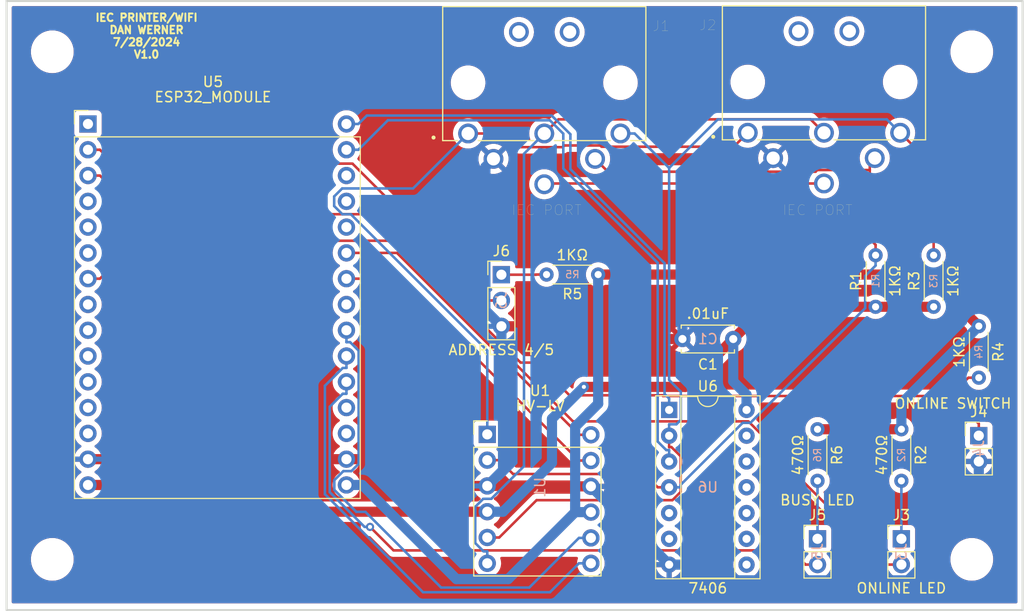
<source format=kicad_pcb>
(kicad_pcb (version 20211014) (generator pcbnew)
  (title_block (title "IEC PRINTER INTERFACE") (date "2024-07-28"))
  (layers (0 "F.Cu" signal) (31 "B.Cu" signal) (34 "B.Paste" user) (35 "F.Paste" user) (36 "B.SilkS" user "B.Silkscreen") (37 "F.SilkS" user "F.Silkscreen") (38 "B.Mask" user) (39 "F.Mask" user) (44 "Edge.Cuts" user))
  (net 0 "")
  (net 1 "+5V")
  (net 2 "GND")
  (net 3 "+3.3V")
  (net 4 "SQRIN")
  (net 5 "ATN")
  (net 6 "CLOCK_IN")
  (net 7 "DATA_IN")
  (net 16 "RESET")
  (net 17 "Net-(J3-Pad1)")
  (net 18 "ONLINE_LED")
  (net 19 "ONLINE_SWITCH")
  (net 20 "Net-(J5-Pad1)")
  (net 21 "BUSY_LED")
  (net 22 "Net-(J6-Pad1)")
  (net 23 "ADDRESS_SWITCH")
  (net 24 "LV_ATN")
  (net 25 "LV_DATA_IN")
  (net 26 "LV_CLOCK_IN")
  (net 27 "LV_SRQIN")
  (net 36 "CLOCK_OUT")
  (net 37 "DATA_OUT")
  (footprint "WernerCustomLibrary:HV-LV" (layer "F.Cu") (at 143.51 79.8875)
    (fp_text reference "U1" (at 0 -0.5 unlocked) (layer "F.SilkS"))
    (fp_text value "HV-LV" (at 0 1 unlocked) (layer "F.SilkS"))
    (fp_text user "${REFERENCE}" (at 0 9.0125 90) (layer "B.SilkS") (effects (justify mirror)))
    (fp_line (start -6.53 17.75) (end 6 17.75) (layer "F.SilkS") (width 0.12))
    (fp_line (start -6.53 5.07) (end -6.53 17.75) (layer "F.SilkS") (width 0.12))
    (fp_line (start -6.53 3.8) (end -6.53 2.47) (layer "F.SilkS") (width 0.12))
    (fp_line (start -6.53 2.47) (end -5.2 2.47) (layer "F.SilkS") (width 0.12))
    (fp_line (start -6.53 5.07) (end 6 5.07) (layer "F.SilkS") (width 0.12))
    (fp_line (start 6 5.07) (end 6 17.75) (layer "F.SilkS") (width 0.12))
    (pad "1" thru_hole rect (at -5.2 3.8) (size 1.7 1.7) (drill 1) (layers *.Cu *.Mask) (net 4 "SQRIN"))
    (pad "2" thru_hole oval (at -5.2 6.34) (size 1.7 1.7) (drill 1) (layers *.Cu *.Mask) (net 6 "CLOCK_IN"))
    (pad "3" thru_hole oval (at -5.2 8.88) (size 1.7 1.7) (drill 1) (layers *.Cu *.Mask) (net 2 "GND"))
    (pad "4" thru_hole oval (at -5.2 11.42) (size 1.7 1.7) (drill 1) (layers *.Cu *.Mask) (net 1 "+5V"))
    (pad "5" thru_hole oval (at -5.2 13.96) (size 1.7 1.7) (drill 1) (layers *.Cu *.Mask) (net 7 "DATA_IN"))
    (pad "6" thru_hole oval (at -5.2 16.5) (size 1.7 1.7) (drill 1) (layers *.Cu *.Mask) (net 5 "ATN"))
    (pad "7" thru_hole oval (at 5 16.5 90) (size 1.7 1.7) (drill 1) (layers *.Cu *.Mask) (net 24 "LV_ATN"))
    (pad "8" thru_hole oval (at 5 14) (size 1.7 1.7) (drill 1) (layers *.Cu *.Mask) (net 25 "LV_DATA_IN"))
    (pad "9" thru_hole oval (at 5 11.46) (size 1.7 1.7) (drill 1) (layers *.Cu *.Mask) (net 3 "+3.3V"))
    (pad "10" thru_hole oval (at 5 8.92) (size 1.7 1.7) (drill 1) (layers *.Cu *.Mask) (net 2 "GND"))
    (pad "11" thru_hole oval (at 5 6.38) (size 1.7 1.7) (drill 1) (layers *.Cu *.Mask) (net 26 "LV_CLOCK_IN"))
    (pad "12" thru_hole oval (at 5 3.84) (size 1.7 1.7) (drill 1) (layers *.Cu *.Mask) (net 27 "LV_SRQIN"))
  )
  (footprint "Resistor_THT:R_Axial_DIN0204_L3.6mm_D1.6mm_P5.08mm_Horizontal" (layer "F.Cu") (at 176.53 71.12 90)
    (fp_text reference "R1" (at 2.54 -1.92 90) (layer "F.SilkS"))
    (fp_text value "1KΩ" (at 2.54 1.92 90) (layer "F.SilkS"))
    (fp_text user "${REFERENCE}" (at 2.54 0 90) (layer "B.SilkS") (effects (font (size 0.72 0.72) (thickness 0.108)) (justify mirror)))
    (fp_line (start 0.62 -0.92) (end 4.46 -0.92) (layer "F.SilkS") (width 0.12))
    (fp_line (start 0.62 0.92) (end 4.46 0.92) (layer "F.SilkS") (width 0.12))
    (pad "1" thru_hole circle (at 0 0 90) (size 1.4 1.4) (drill 0.7) (layers *.Cu *.Mask) (net 1 "+5V"))
    (pad "2" thru_hole oval (at 5.08 0 90) (size 1.4 1.4) (drill 0.7) (layers *.Cu *.Mask) (net 6 "CLOCK_IN"))
  )
  (footprint "MountingHole:MountingHole_3.2mm_M3" (layer "F.Cu") (at 95.5 46)
    (fp_text reference "H3")
    (fp_text value "MountingHole")
    (pad "" np_thru_hole circle (at 0 0) (size 3.2 3.2) (drill 3.2) (layers *.Cu *.Mask))
  )
  (footprint "CUSTOM:ESP32_DEVKIT_30" (layer "F.Cu") (at 111.31 49.4625)
    (fp_text reference "U5" (at 0 -0.5 unlocked) (layer "F.SilkS"))
    (fp_text value "ESP32_MODULE" (at 0 1 unlocked) (layer "F.SilkS"))
    (fp_line (start -13.63 4.92) (end 14.5 4.92) (layer "F.SilkS") (width 0.12))
    (fp_line (start -13.63 3.65) (end -13.63 2.32) (layer "F.SilkS") (width 0.12))
    (fp_line (start -13.63 2.32) (end -12.3 2.32) (layer "F.SilkS") (width 0.12))
    (fp_line (start -13.63 4.92) (end -13.63 40.54) (layer "F.SilkS") (width 0.12))
    (fp_line (start 14.5 4.92) (end 14.5 40.54) (layer "F.SilkS") (width 0.12))
    (fp_line (start -13.63 40.54) (end 14.5 40.54) (layer "F.SilkS") (width 0.12))
    (pad "1" thru_hole rect (at -12.3 3.65) (size 1.7 1.7) (drill 1) (layers *.Cu *.Mask))
    (pad "2" thru_hole oval (at -12.3 6.19) (size 1.7 1.7) (drill 1) (layers *.Cu *.Mask) (net 23 "ADDRESS_SWITCH"))
    (pad "3" thru_hole oval (at -12.3 8.73) (size 1.7 1.7) (drill 1) (layers *.Cu *.Mask) (net 19 "ONLINE_SWITCH"))
    (pad "4" thru_hole oval (at -12.3 11.27) (size 1.7 1.7) (drill 1) (layers *.Cu *.Mask))
    (pad "5" thru_hole oval (at -12.3 13.81) (size 1.7 1.7) (drill 1) (layers *.Cu *.Mask))
    (pad "6" thru_hole oval (at -12.3 16.35) (size 1.7 1.7) (drill 1) (layers *.Cu *.Mask))
    (pad "7" thru_hole oval (at -12.3 18.89) (size 1.7 1.7) (drill 1) (layers *.Cu *.Mask) (net 18 "ONLINE_LED"))
    (pad "8" thru_hole oval (at -12.3 21.43) (size 1.7 1.7) (drill 1) (layers *.Cu *.Mask))
    (pad "9" thru_hole oval (at -12.3 23.97) (size 1.7 1.7) (drill 1) (layers *.Cu *.Mask))
    (pad "10" thru_hole oval (at -12.3 26.51) (size 1.7 1.7) (drill 1) (layers *.Cu *.Mask))
    (pad "11" thru_hole oval (at -12.3 29.05) (size 1.7 1.7) (drill 1) (layers *.Cu *.Mask))
    (pad "12" thru_hole oval (at -12.3 31.59) (size 1.7 1.7) (drill 1) (layers *.Cu *.Mask))
    (pad "13" thru_hole oval (at -12.3 34.13) (size 1.7 1.7) (drill 1) (layers *.Cu *.Mask))
    (pad "14" thru_hole oval (at -12.3 36.67) (size 1.7 1.7) (drill 1) (layers *.Cu *.Mask) (net 2 "GND"))
    (pad "15" thru_hole oval (at -12.3 39.21) (size 1.7 1.7) (drill 1) (layers *.Cu *.Mask) (net 1 "+5V"))
    (pad "16" thru_hole oval (at 13.14 39.21) (size 1.7 1.7) (drill 1) (layers *.Cu *.Mask) (net 3 "+3.3V"))
    (pad "17" thru_hole oval (at 13.14 36.67) (size 1.7 1.7) (drill 1) (layers *.Cu *.Mask) (net 2 "GND"))
    (pad "18" thru_hole oval (at 13.14 34.13) (size 1.7 1.7) (drill 1) (layers *.Cu *.Mask))
    (pad "19" thru_hole oval (at 13.14 31.59) (size 1.7 1.7) (drill 1) (layers *.Cu *.Mask))
    (pad "20" thru_hole oval (at 13.14 29.05) (size 1.7 1.7) (drill 1) (layers *.Cu *.Mask) (net 21 "BUSY_LED"))
    (pad "21" thru_hole oval (at 13.14 26.51) (size 1.7 1.7) (drill 1) (layers *.Cu *.Mask) (net 24 "LV_ATN"))
    (pad "22" thru_hole oval (at 13.14 23.97) (size 1.7 1.7) (drill 1) (layers *.Cu *.Mask) (net 25 "LV_DATA_IN"))
    (pad "23" thru_hole oval (at 13.14 21.43) (size 1.7 1.7) (drill 1) (layers *.Cu *.Mask))
    (pad "24" thru_hole oval (at 13.14 18.89) (size 1.7 1.7) (drill 1) (layers *.Cu *.Mask) (net 26 "LV_CLOCK_IN"))
    (pad "25" thru_hole oval (at 13.14 16.35) (size 1.7 1.7) (drill 1) (layers *.Cu *.Mask) (net 27 "LV_SRQIN"))
    (pad "26" thru_hole oval (at 13.14 13.81) (size 1.7 1.7) (drill 1) (layers *.Cu *.Mask))
    (pad "27" thru_hole oval (at 13.14 11.27) (size 1.7 1.7) (drill 1) (layers *.Cu *.Mask))
    (pad "28" thru_hole oval (at 13.14 8.73) (size 1.7 1.7) (drill 1) (layers *.Cu *.Mask))
    (pad "29" thru_hole oval (at 13.14 6.19) (size 1.7 1.7) (drill 1) (layers *.Cu *.Mask) (net 36 "CLOCK_OUT"))
    (pad "30" thru_hole oval (at 13.14 3.65) (size 1.7 1.7) (drill 1) (layers *.Cu *.Mask) (net 37 "DATA_OUT"))
  )
  (footprint "Connector_PinHeader_2.54mm:PinHeader_1x02_P2.54mm_Vertical" (layer "F.Cu") (at 186.69 83.815)
    (fp_text reference "J4" (at 0 -2.33) (layer "F.SilkS"))
    (fp_text value "ONLINE SWITCH" (at -2.54 -3.17) (layer "F.SilkS"))
    (fp_text user "${REFERENCE}" (at 0 1.27 90) (layer "B.SilkS") (effects (justify mirror)))
    (fp_line (start -1.33 -1.33) (end 0 -1.33) (layer "F.SilkS") (width 0.12))
    (fp_line (start -1.33 3.87) (end 1.33 3.87) (layer "F.SilkS") (width 0.12))
    (fp_line (start 1.33 1.27) (end 1.33 3.87) (layer "F.SilkS") (width 0.12))
    (fp_line (start -1.33 1.27) (end -1.33 3.87) (layer "F.SilkS") (width 0.12))
    (fp_line (start -1.33 1.27) (end 1.33 1.27) (layer "F.SilkS") (width 0.12))
    (fp_line (start -1.33 0) (end -1.33 -1.33) (layer "F.SilkS") (width 0.12))
    (pad "1" thru_hole rect (at 0 0) (size 1.7 1.7) (drill 1) (layers *.Cu *.Mask) (net 19 "ONLINE_SWITCH"))
    (pad "2" thru_hole oval (at 0 2.54) (size 1.7 1.7) (drill 1) (layers *.Cu *.Mask) (net 2 "GND"))
  )
  (footprint "Resistor_THT:R_Axial_DIN0204_L3.6mm_D1.6mm_P5.08mm_Horizontal" (layer "F.Cu") (at 186.69 73.025 -90)
    (fp_text reference "R4" (at 2.54 -1.92 90) (layer "F.SilkS"))
    (fp_text value "1KΩ" (at 2.54 1.92 90) (layer "F.SilkS"))
    (fp_text user "${REFERENCE}" (at 2.54 0 90) (layer "B.SilkS") (effects (font (size 0.72 0.72) (thickness 0.108)) (justify mirror)))
    (fp_line (start 0.62 0.92) (end 4.46 0.92) (layer "F.SilkS") (width 0.12))
    (fp_line (start 0.62 -0.92) (end 4.46 -0.92) (layer "F.SilkS") (width 0.12))
    (pad "1" thru_hole circle (at 0 0 270) (size 1.4 1.4) (drill 0.7) (layers *.Cu *.Mask) (net 3 "+3.3V"))
    (pad "2" thru_hole oval (at 5.08 0 270) (size 1.4 1.4) (drill 0.7) (layers *.Cu *.Mask) (net 19 "ONLINE_SWITCH"))
  )
  (footprint "Resistor_THT:R_Axial_DIN0204_L3.6mm_D1.6mm_P5.08mm_Horizontal" (layer "F.Cu") (at 149.225 67.945 180)
    (fp_text reference "R5" (at 2.54 -1.92) (layer "F.SilkS"))
    (fp_text value "1KΩ" (at 2.54 1.92) (layer "F.SilkS"))
    (fp_text user "${REFERENCE}" (at 2.54 0) (layer "B.SilkS") (effects (font (size 0.72 0.72) (thickness 0.108)) (justify mirror)))
    (fp_line (start 0.62 0.92) (end 4.46 0.92) (layer "F.SilkS") (width 0.12))
    (fp_line (start 0.62 -0.92) (end 4.46 -0.92) (layer "F.SilkS") (width 0.12))
    (pad "1" thru_hole circle (at 0 0 180) (size 1.4 1.4) (drill 0.7) (layers *.Cu *.Mask) (net 3 "+3.3V"))
    (pad "2" thru_hole oval (at 5.08 0 180) (size 1.4 1.4) (drill 0.7) (layers *.Cu *.Mask) (net 22 "Net-(J6-Pad1)"))
  )
  (footprint "CUSTOM:din6" (layer "F.Cu") (at 143.9225 54.05 180)
    (fp_text reference "J1" (at -11.5 10.6) (layer "F.SilkS") (effects (font (size 1.001764 1.001764) (thickness 0.015))))
    (fp_text value "IEC PORT" (at -0.2225 -7.545 180) (layer "F.SilkS") (effects (font (size 1.000843 1.000843) (thickness 0.015))))
    (fp_line (start -10 -0.7) (end -10 12.5) (layer "F.SilkS") (width 0.127))
    (fp_line (start -6.5 -0.7) (end -1 -0.7) (layer "F.SilkS") (width 0.127))
    (fp_line (start -10 12.5) (end 10 12.5) (layer "F.SilkS") (width 0.127))
    (fp_line (start -10 -0.7) (end -8.5 -0.7) (layer "F.SilkS") (width 0.127))
    (fp_line (start 10 -0.7) (end 8.5 -0.7) (layer "F.SilkS") (width 0.127))
    (fp_line (start 1 -0.7) (end 6.5 -0.7) (layer "F.SilkS") (width 0.127))
    (fp_line (start 10 12.5) (end 10 -0.7) (layer "F.SilkS") (width 0.127))
    (fp_circle (center 10.9 -0.4) (end 11 -0.4) (layer "F.SilkS") (width 0.2) (fill none))
    (pad "" np_thru_hole circle (at -7.5 5 180) (size 2.4 2.4) (drill 2.4) (layers *.Cu *.Mask))
    (pad "" np_thru_hole circle (at 7.5 5 180) (size 2.4 2.4) (drill 2.4) (layers *.Cu *.Mask))
    (pad "1" thru_hole circle (at 7.5 0 180) (size 1.95 1.95) (drill 1.3) (layers *.Cu *.Mask) (net 4 "SQRIN"))
    (pad "2" thru_hole circle (at 5 -2.5 180) (size 1.95 1.95) (drill 1.3) (layers *.Cu *.Mask) (net 2 "GND"))
    (pad "3" thru_hole circle (at 0 0 180) (size 1.95 1.95) (drill 1.3) (layers *.Cu *.Mask) (net 5 "ATN"))
    (pad "4" thru_hole circle (at -5 -2.5 180) (size 1.95 1.95) (drill 1.3) (layers *.Cu *.Mask) (net 6 "CLOCK_IN"))
    (pad "5" thru_hole circle (at -7.5 0 180) (size 1.95 1.95) (drill 1.3) (layers *.Cu *.Mask) (net 7 "DATA_IN"))
    (pad "6" thru_hole circle (at 0 -5 180) (size 1.95 1.95) (drill 1.3) (layers *.Cu *.Mask) (net 16 "RESET"))
    (pad "S1" thru_hole circle (at -2.5 10 180) (size 1.95 1.95) (drill 1.3) (layers *.Cu *.Mask))
    (pad "S2" thru_hole circle (at 2.5 10 180) (size 1.95 1.95) (drill 1.3) (layers *.Cu *.Mask))
  )
  (footprint "Resistor_THT:R_Axial_DIN0204_L3.6mm_D1.6mm_P5.08mm_Horizontal" (layer "F.Cu") (at 182.245 71.12 90)
    (fp_text reference "R3" (at 2.54 -1.92 90) (layer "F.SilkS"))
    (fp_text value "1KΩ" (at 2.54 1.92 90) (layer "F.SilkS"))
    (fp_text user "${REFERENCE}" (at 2.54 0 90) (layer "B.SilkS") (effects (font (size 0.72 0.72) (thickness 0.108)) (justify mirror)))
    (fp_line (start 0.62 -0.92) (end 4.46 -0.92) (layer "F.SilkS") (width 0.12))
    (fp_line (start 0.62 0.92) (end 4.46 0.92) (layer "F.SilkS") (width 0.12))
    (pad "1" thru_hole circle (at 0 0 90) (size 1.4 1.4) (drill 0.7) (layers *.Cu *.Mask) (net 1 "+5V"))
    (pad "2" thru_hole oval (at 5.08 0 90) (size 1.4 1.4) (drill 0.7) (layers *.Cu *.Mask) (net 7 "DATA_IN"))
  )
  (footprint "Package_DIP:DIP-14_W7.62mm_Socket" (layer "F.Cu") (at 156.21 81.28)
    (fp_text reference "U6" (at 3.81 -2.33) (layer "F.SilkS"))
    (fp_text value "7406" (at 3.81 17.57) (layer "F.SilkS"))
    (fp_text user "${REFERENCE}" (at 3.81 7.62) (layer "B.SilkS") (effects (justify mirror)))
    (fp_line (start 2.81 -1.33) (end 1.16 -1.33) (layer "F.SilkS") (width 0.12))
    (fp_line (start -1.33 -1.39) (end -1.33 16.63) (layer "F.SilkS") (width 0.12))
    (fp_line (start 6.46 -1.33) (end 4.81 -1.33) (layer "F.SilkS") (width 0.12))
    (fp_line (start 1.16 16.57) (end 6.46 16.57) (layer "F.SilkS") (width 0.12))
    (fp_line (start 8.95 -1.39) (end -1.33 -1.39) (layer "F.SilkS") (width 0.12))
    (fp_line (start 6.46 16.57) (end 6.46 -1.33) (layer "F.SilkS") (width 0.12))
    (fp_line (start 1.16 -1.33) (end 1.16 16.57) (layer "F.SilkS") (width 0.12))
    (fp_line (start -1.33 16.63) (end 8.95 16.63) (layer "F.SilkS") (width 0.12))
    (fp_line (start 8.95 16.63) (end 8.95 -1.39) (layer "F.SilkS") (width 0.12))
    (fp_arc (start 4.81 -1.33) (mid 3.81 -0.33) (end 2.81 -1.33) (layer "F.SilkS") (width 0.12))
    (pad "1" thru_hole rect (at 0 0) (size 1.6 1.6) (drill 0.8) (layers *.Cu *.Mask) (net 37 "DATA_OUT"))
    (pad "2" thru_hole oval (at 0 2.54) (size 1.6 1.6) (drill 0.8) (layers *.Cu *.Mask) (net 7 "DATA_IN"))
    (pad "3" thru_hole oval (at 0 5.08) (size 1.6 1.6) (drill 0.8) (layers *.Cu *.Mask) (net 36 "CLOCK_OUT"))
    (pad "4" thru_hole oval (at 0 7.62) (size 1.6 1.6) (drill 0.8) (layers *.Cu *.Mask) (net 6 "CLOCK_IN"))
    (pad "5" thru_hole oval (at 0 10.16) (size 1.6 1.6) (drill 0.8) (layers *.Cu *.Mask))
    (pad "6" thru_hole oval (at 0 12.7) (size 1.6 1.6) (drill 0.8) (layers *.Cu *.Mask))
    (pad "7" thru_hole oval (at 0 15.24) (size 1.6 1.6) (drill 0.8) (layers *.Cu *.Mask) (net 2 "GND"))
    (pad "8" thru_hole oval (at 7.62 15.24) (size 1.6 1.6) (drill 0.8) (layers *.Cu *.Mask))
    (pad "9" thru_hole oval (at 7.62 12.7) (size 1.6 1.6) (drill 0.8) (layers *.Cu *.Mask))
    (pad "10" thru_hole oval (at 7.62 10.16) (size 1.6 1.6) (drill 0.8) (layers *.Cu *.Mask))
    (pad "11" thru_hole oval (at 7.62 7.62) (size 1.6 1.6) (drill 0.8) (layers *.Cu *.Mask))
    (pad "12" thru_hole oval (at 7.62 5.08) (size 1.6 1.6) (drill 0.8) (layers *.Cu *.Mask))
    (pad "13" thru_hole oval (at 7.62 2.54) (size 1.6 1.6) (drill 0.8) (layers *.Cu *.Mask))
    (pad "14" thru_hole oval (at 7.62 0) (size 1.6 1.6) (drill 0.8) (layers *.Cu *.Mask) (net 1 "+5V"))
  )
  (footprint "Connector_PinHeader_2.54mm:PinHeader_1x03_P2.54mm_Vertical" (layer "F.Cu") (at 139.7 67.96)
    (fp_text reference "J6" (at 0 -2.33) (layer "F.SilkS"))
    (fp_text value "ADDRESS 4/5" (at 0 7.41) (layer "F.SilkS"))
    (fp_text user "${REFERENCE}" (at 0 2.54 90) (layer "B.SilkS") (effects (justify mirror)))
    (fp_line (start -1.33 -1.33) (end 0 -1.33) (layer "F.SilkS") (width 0.12))
    (fp_line (start -1.33 0) (end -1.33 -1.33) (layer "F.SilkS") (width 0.12))
    (fp_line (start -1.33 1.27) (end -1.33 6.41) (layer "F.SilkS") (width 0.12))
    (fp_line (start 1.33 1.27) (end 1.33 6.41) (layer "F.SilkS") (width 0.12))
    (fp_line (start -1.33 1.27) (end 1.33 1.27) (layer "F.SilkS") (width 0.12))
    (fp_line (start -1.33 6.41) (end 1.33 6.41) (layer "F.SilkS") (width 0.12))
    (pad "1" thru_hole rect (at 0 0) (size 1.7 1.7) (drill 1) (layers *.Cu *.Mask) (net 22 "Net-(J6-Pad1)"))
    (pad "2" thru_hole oval (at 0 2.54) (size 1.7 1.7) (drill 1) (layers *.Cu *.Mask) (net 23 "ADDRESS_SWITCH"))
    (pad "3" thru_hole oval (at 0 5.08) (size 1.7 1.7) (drill 1) (layers *.Cu *.Mask) (net 2 "GND"))
  )
  (footprint "Connector_PinHeader_2.54mm:PinHeader_1x02_P2.54mm_Vertical" (layer "F.Cu") (at 170.815 93.975)
    (fp_text reference "J5" (at 0 -2.33) (layer "F.SilkS"))
    (fp_text value "BUSY LED" (at 0 -3.805) (layer "F.SilkS"))
    (fp_text user "${REFERENCE}" (at 0 1.27 90) (layer "B.SilkS") (effects (justify mirror)))
    (fp_line (start -1.33 1.27) (end 1.33 1.27) (layer "F.SilkS") (width 0.12))
    (fp_line (start -1.33 -1.33) (end 0 -1.33) (layer "F.SilkS") (width 0.12))
    (fp_line (start -1.33 0) (end -1.33 -1.33) (layer "F.SilkS") (width 0.12))
    (fp_line (start -1.33 3.87) (end 1.33 3.87) (layer "F.SilkS") (width 0.12))
    (fp_line (start 1.33 1.27) (end 1.33 3.87) (layer "F.SilkS") (width 0.12))
    (fp_line (start -1.33 1.27) (end -1.33 3.87) (layer "F.SilkS") (width 0.12))
    (pad "1" thru_hole rect (at 0 0) (size 1.7 1.7) (drill 1) (layers *.Cu *.Mask) (net 20 "Net-(J5-Pad1)"))
    (pad "2" thru_hole oval (at 0 2.54) (size 1.7 1.7) (drill 1) (layers *.Cu *.Mask) (net 21 "BUSY_LED"))
  )
  (footprint "Resistor_THT:R_Axial_DIN0204_L3.6mm_D1.6mm_P5.08mm_Horizontal" (layer "F.Cu") (at 170.815 83.185 -90)
    (fp_text reference "R6" (at 2.54 -1.92 90) (layer "F.SilkS"))
    (fp_text value "470Ω" (at 2.54 1.92 90) (layer "F.SilkS"))
    (fp_text user "${REFERENCE}" (at 2.54 0 90) (layer "B.SilkS") (effects (font (size 0.72 0.72) (thickness 0.108)) (justify mirror)))
    (fp_line (start 0.62 0.92) (end 4.46 0.92) (layer "F.SilkS") (width 0.12))
    (fp_line (start 0.62 -0.92) (end 4.46 -0.92) (layer "F.SilkS") (width 0.12))
    (pad "1" thru_hole circle (at 0 0 270) (size 1.4 1.4) (drill 0.7) (layers *.Cu *.Mask) (net 3 "+3.3V"))
    (pad "2" thru_hole oval (at 5.08 0 270) (size 1.4 1.4) (drill 0.7) (layers *.Cu *.Mask) (net 20 "Net-(J5-Pad1)"))
  )
  (footprint "MountingHole:MountingHole_3.2mm_M3" (layer "F.Cu") (at 95.5 96)
    (fp_text reference "H1" hide)
    (fp_text value "MountingHole")
    (pad "" np_thru_hole circle (at 0 0) (size 3.2 3.2) (drill 3.2) (layers *.Cu *.Mask))
  )
  (footprint "MountingHole:MountingHole_3.2mm_M3" (layer "F.Cu") (at 186 46)
    (fp_text reference "H4" hide)
    (fp_text value "MountingHole")
    (pad "" np_thru_hole circle (at 0 0) (size 3.2 3.2) (drill 3.2) (layers *.Cu *.Mask))
  )
  (footprint "Connector_PinHeader_2.54mm:PinHeader_1x02_P2.54mm_Vertical" (layer "F.Cu") (at 179.07 93.975)
    (fp_text reference "J3" (at 0 -2.33) (layer "F.SilkS"))
    (fp_text value "ONLINE LED" (at 0 4.87) (layer "F.SilkS"))
    (fp_text user "${REFERENCE}" (at 0 1.27 90) (layer "B.SilkS") (effects (justify mirror)))
    (fp_line (start -1.33 3.87) (end 1.33 3.87) (layer "F.SilkS") (width 0.12))
    (fp_line (start -1.33 0) (end -1.33 -1.33) (layer "F.SilkS") (width 0.12))
    (fp_line (start -1.33 1.27) (end -1.33 3.87) (layer "F.SilkS") (width 0.12))
    (fp_line (start 1.33 1.27) (end 1.33 3.87) (layer "F.SilkS") (width 0.12))
    (fp_line (start -1.33 1.27) (end 1.33 1.27) (layer "F.SilkS") (width 0.12))
    (fp_line (start -1.33 -1.33) (end 0 -1.33) (layer "F.SilkS") (width 0.12))
    (pad "1" thru_hole rect (at 0 0) (size 1.7 1.7) (drill 1) (layers *.Cu *.Mask) (net 17 "Net-(J3-Pad1)"))
    (pad "2" thru_hole oval (at 0 2.54) (size 1.7 1.7) (drill 1) (layers *.Cu *.Mask) (net 18 "ONLINE_LED"))
  )
  (footprint "CUSTOM:din6" (layer "F.Cu") (at 171.45 53.975 180)
    (fp_text reference "J2" (at 11.43 10.6) (layer "F.SilkS") (effects (font (size 1.001764 1.001764) (thickness 0.015))))
    (fp_text value "IEC PORT" (at 0.635 -7.62 180) (layer "F.SilkS") (effects (font (size 1.000843 1.000843) (thickness 0.015))))
    (fp_line (start -10 -0.7) (end -8.5 -0.7) (layer "F.SilkS") (width 0.127))
    (fp_line (start 10 12.5) (end 10 -0.7) (layer "F.SilkS") (width 0.127))
    (fp_line (start 1 -0.7) (end 6.5 -0.7) (layer "F.SilkS") (width 0.127))
    (fp_line (start 10 -0.7) (end 8.5 -0.7) (layer "F.SilkS") (width 0.127))
    (fp_line (start -10 -0.7) (end -10 12.5) (layer "F.SilkS") (width 0.127))
    (fp_line (start -10 12.5) (end 10 12.5) (layer "F.SilkS") (width 0.127))
    (fp_line (start -6.5 -0.7) (end -1 -0.7) (layer "F.SilkS") (width 0.127))
    (fp_circle (center 10.9 -0.4) (end 11 -0.4) (layer "F.SilkS") (width 0.2) (fill none))
    (pad "" np_thru_hole circle (at -7.5 5 180) (size 2.4 2.4) (drill 2.4) (layers *.Cu *.Mask))
    (pad "" np_thru_hole circle (at 7.5 5 180) (size 2.4 2.4) (drill 2.4) (layers *.Cu *.Mask))
    (pad "1" thru_hole circle (at 7.5 0 180) (size 1.95 1.95) (drill 1.3) (layers *.Cu *.Mask) (net 4 "SQRIN"))
    (pad "2" thru_hole circle (at 5 -2.5 180) (size 1.95 1.95) (drill 1.3) (layers *.Cu *.Mask) (net 2 "GND"))
    (pad "3" thru_hole circle (at 0 0 180) (size 1.95 1.95) (drill 1.3) (layers *.Cu *.Mask) (net 5 "ATN"))
    (pad "4" thru_hole circle (at -5 -2.5 180) (size 1.95 1.95) (drill 1.3) (layers *.Cu *.Mask) (net 6 "CLOCK_IN"))
    (pad "5" thru_hole circle (at -7.5 0 180) (size 1.95 1.95) (drill 1.3) (layers *.Cu *.Mask) (net 7 "DATA_IN"))
    (pad "6" thru_hole circle (at 0 -5 180) (size 1.95 1.95) (drill 1.3) (layers *.Cu *.Mask) (net 16 "RESET"))
    (pad "S1" thru_hole circle (at -2.5 10 180) (size 1.95 1.95) (drill 1.3) (layers *.Cu *.Mask))
    (pad "S2" thru_hole circle (at 2.5 10 180) (size 1.95 1.95) (drill 1.3) (layers *.Cu *.Mask))
  )
  (footprint "Capacitor_THT:C_Disc_D5.0mm_W2.5mm_P5.00mm" (layer "F.Cu") (at 162.52 74.295 180)
    (fp_text reference "C1" (at 2.5 -2.5) (layer "F.SilkS"))
    (fp_text value ".01uF" (at 2.5 2.5) (layer "F.SilkS"))
    (fp_text user "${REFERENCE}" (at 2.5 0) (layer "B.SilkS") (effects (justify mirror)))
    (fp_line (start -0.12 -1.37) (end -0.12 -1.055) (layer "F.SilkS") (width 0.12))
    (fp_line (start -0.12 1.055) (end -0.12 1.37) (layer "F.SilkS") (width 0.12))
    (fp_line (start -0.12 -1.37) (end 5.12 -1.37) (layer "F.SilkS") (width 0.12))
    (fp_line (start 5.12 1.055) (end 5.12 1.37) (layer "F.SilkS") (width 0.12))
    (fp_line (start -0.12 1.37) (end 5.12 1.37) (layer "F.SilkS") (width 0.12))
    (fp_line (start 5.12 -1.37) (end 5.12 -1.055) (layer "F.SilkS") (width 0.12))
    (pad "1" thru_hole circle (at 0 0 180) (size 1.6 1.6) (drill 0.8) (layers *.Cu *.Mask) (net 1 "+5V"))
    (pad "2" thru_hole circle (at 5 0 180) (size 1.6 1.6) (drill 0.8) (layers *.Cu *.Mask) (net 2 "GND"))
  )
  (footprint "Resistor_THT:R_Axial_DIN0204_L3.6mm_D1.6mm_P5.08mm_Horizontal" (layer "F.Cu") (at 179.07 83.185 -90)
    (fp_text reference "R2" (at 2.54 -1.92 90) (layer "F.SilkS"))
    (fp_text value "470Ω" (at 2.54 1.92 90) (layer "F.SilkS"))
    (fp_text user "${REFERENCE}" (at 2.54 0 90) (layer "B.SilkS") (effects (font (size 0.72 0.72) (thickness 0.108)) (justify mirror)))
    (fp_line (start 0.62 0.92) (end 4.46 0.92) (layer "F.SilkS") (width 0.12))
    (fp_line (start 0.62 -0.92) (end 4.46 -0.92) (layer "F.SilkS") (width 0.12))
    (pad "1" thru_hole circle (at 0 0 270) (size 1.4 1.4) (drill 0.7) (layers *.Cu *.Mask) (net 3 "+3.3V"))
    (pad "2" thru_hole oval (at 5.08 0 270) (size 1.4 1.4) (drill 0.7) (layers *.Cu *.Mask) (net 17 "Net-(J3-Pad1)"))
  )
  (footprint "MountingHole:MountingHole_3.2mm_M3" (layer "F.Cu") (at 186 96)
    (fp_text reference "H2" hide)
    (fp_text value "MountingHole")
    (pad "" np_thru_hole circle (at 0 0) (size 3.2 3.2) (drill 3.2) (layers *.Cu *.Mask))
  )
  (gr_rect (start 91 41) (end 191 101) (layer "Edge.Cuts") (width 0.2) (fill none))
  (gr_text "IEC PRINTER/WIFI\nDAN WERNER\n7/28/2024\nV1.0" (at 104.775 44.45) (layer "F.SilkS") (effects (font (size 0.75 0.75) (thickness 0.1875))))
  (segment (start 176.53 71.12) (end 165.695 71.12) (width 1) (layer "F.Cu") (net 1))
  (segment (start 99.01 88.6725) (end 100.5601 88.6725) (width 1) (layer "F.Cu") (net 1))
  (segment (start 162.52 74.295) (end 157.8038 79.0112) (width 1) (layer "F.Cu") (net 1))
  (segment (start 157.8038 79.0112) (end 147.819 79.0112) (width 1) (layer "F.Cu") (net 1))
  (segment (start 103.1951 91.3075) (end 100.5601 88.6725) (width 1) (layer "F.Cu") (net 1))
  (segment (start 136.7599 91.3075) (end 103.1951 91.3075) (width 1) (layer "F.Cu") (net 1))
  (segment (start 138.31 91.3075) (end 136.7599 91.3075) (width 1) (layer "F.Cu") (net 1))
  (segment (start 182.245 71.12) (end 176.53 71.12) (width 1) (layer "F.Cu") (net 1))
  (segment (start 165.695 71.12) (end 162.52 74.295) (width 1) (layer "F.Cu") (net 1))
  (via (at 147.819 79.0112) (size 0.8) (drill 0.4) (layers "F.Cu" "B.Cu") (net 1))
  (segment (start 163.83 79.7799) (end 162.52 78.4699) (width 1) (layer "B.Cu") (net 1))
  (segment (start 144.6799 86.4877) (end 139.8601 91.3075) (width 1) (layer "B.Cu") (net 1))
  (segment (start 147.819 79.0112) (end 144.6799 82.1503) (width 1) (layer "B.Cu") (net 1))
  (segment (start 163.83 81.28) (end 163.83 79.7799) (width 1) (layer "B.Cu") (net 1))
  (segment (start 144.6799 82.1503) (end 144.6799 86.4877) (width 1) (layer "B.Cu") (net 1))
  (segment (start 138.31 91.3075) (end 139.8601 91.3075) (width 1) (layer "B.Cu") (net 1))
  (segment (start 162.52 78.4699) (end 162.52 74.295) (width 1) (layer "B.Cu") (net 1))
  (segment (start 139.7 73.04) (end 141.2501 73.04) (width 1) (layer "F.Cu") (net 2))
  (segment (start 124.45 86.1325) (end 126.0001 86.1325) (width 1) (layer "F.Cu") (net 2))
  (segment (start 148.51 88.8075) (end 146.9599 88.8075) (width 1) (layer "F.Cu") (net 2))
  (segment (start 138.31 88.7675) (end 146.9199 88.7675) (width 1) (layer "F.Cu") (net 2))
  (segment (start 142.5051 74.295) (end 141.2501 73.04) (width 1) (layer "F.Cu") (net 2))
  (segment (start 157.52 74.295) (end 142.5051 74.295) (width 1) (layer "F.Cu") (net 2))
  (segment (start 146.9199 88.7675) (end 146.9599 88.8075) (width 1) (layer "F.Cu") (net 2))
  (segment (start 128.6351 88.7675) (end 138.31 88.7675) (width 1) (layer "F.Cu") (net 2))
  (segment (start 126.0001 86.1325) (end 128.6351 88.7675) (width 1) (layer "F.Cu") (net 2))
  (segment (start 124.45 86.1325) (end 99.01 86.1325) (width 1) (layer "F.Cu") (net 2))
  (segment (start 159.2572 98.0671) (end 179.7233 98.0671) (width 1) (layer "B.Cu") (net 2))
  (segment (start 179.7233 98.0671) (end 186.69 91.1004) (width 1) (layer "B.Cu") (net 2))
  (segment (start 148.51 88.8075) (end 156.21 96.5075) (width 1) (layer "B.Cu") (net 2))
  (segment (start 138.9225 56.55) (end 138.1259 57.3466) (width 1) (layer "B.Cu") (net 2))
  (segment (start 139.7 73.04) (end 139.7 74.5901) (width 1) (layer "B.Cu") (net 2))
  (segment (start 186.69 91.1004) (end 186.69 86.355) (width 1) (layer "B.Cu") (net 2))
  (segment (start 139.7 74.5901) (end 139.8621 74.7522) (width 1) (layer "B.Cu") (net 2))
  (segment (start 138.1259 57.3466) (end 138.1259 71.4659) (width 1) (layer "B.Cu") (net 2))
  (segment (start 139.8621 74.7522) (end 139.8621 87.2154) (width 1) (layer "B.Cu") (net 2))
  (segment (start 157.52 65.405) (end 157.52 74.295) (width 1) (layer "B.Cu") (net 2))
  (segment (start 157.7101 96.52) (end 159.2572 98.0671) (width 1) (layer "B.Cu") (net 2))
  (segment (start 166.45 56.475) (end 157.52 65.405) (width 1) (layer "B.Cu") (net 2))
  (segment (start 138.1259 71.4659) (end 139.7 73.04) (width 1) (layer "B.Cu") (net 2))
  (segment (start 156.21 96.52) (end 157.7101 96.52) (width 1) (layer "B.Cu") (net 2))
  (segment (start 156.21 96.5075) (end 156.21 96.52) (width 1) (layer "B.Cu") (net 2))
  (segment (start 139.8621 87.2154) (end 138.31 88.7675) (width 1) (layer "B.Cu") (net 2))
  (segment (start 186.69 73.025) (end 181.61 67.945) (width 1) (layer "F.Cu") (net 3))
  (segment (start 179.07 83.185) (end 170.815 83.185) (width 1) (layer "F.Cu") (net 3))
  (segment (start 181.61 67.945) (end 149.225 67.945) (width 1) (layer "F.Cu") (net 3))
  (segment (start 148.51 91.3475) (end 146.9599 91.3475) (width 1) (layer "B.Cu") (net 3))
  (segment (start 135.2708 97.9432) (end 126.0001 88.6725) (width 1) (layer "B.Cu") (net 3))
  (segment (start 179.07 80.645) (end 179.07 83.185) (width 1) (layer "B.Cu") (net 3))
  (segment (start 140.3642 97.9432) (end 135.2708 97.9432) (width 1) (layer "B.Cu") (net 3))
  (segment (start 186.69 73.025) (end 179.07 80.645) (width 1) (layer "B.Cu") (net 3))
  (segment (start 146.9599 91.3475) (end 146.9599 82.9376) (width 1) (layer "B.Cu") (net 3))
  (segment (start 146.9599 91.3475) (end 140.3642 97.9432) (width 1) (layer "B.Cu") (net 3))
  (segment (start 124.45 88.6725) (end 126.0001 88.6725) (width 1) (layer "B.Cu") (net 3))
  (segment (start 149.225 80.6725) (end 149.225 67.945) (width 1) (layer "B.Cu") (net 3))
  (segment (start 146.9599 82.9376) (end 149.225 80.6725) (width 1) (layer "B.Cu") (net 3))
  (segment (start 149.5651 55.3538) (end 149.4402 55.2289) (width 0.25) (layer "F.Cu") (net 4))
  (segment (start 145.9049 55.2289) (end 145.7398 55.394) (width 0.25) (layer "F.Cu") (net 4))
  (segment (start 163.95 53.975) (end 162.5712 55.3538) (width 0.25) (layer "F.Cu") (net 4))
  (segment (start 149.4402 55.2289) (end 145.9049 55.2289) (width 0.25) (layer "F.Cu") (net 4))
  (segment (start 140.1224 54.05) (end 136.4225 54.05) (width 0.25) (layer "F.Cu") (net 4))
  (segment (start 145.7398 55.394) (end 141.4664 55.394) (width 0.25) (layer "F.Cu") (net 4))
  (segment (start 162.5712 55.3538) (end 149.5651 55.3538) (width 0.25) (layer "F.Cu") (net 4))
  (segment (start 141.4664 55.394) (end 140.1224 54.05) (width 0.25) (layer "F.Cu") (net 4))
  (segment (start 131.01 59.4625) (end 124.0295 59.4625) (width 0.25) (layer "B.Cu") (net 4))
  (segment (start 123.2424 60.2496) (end 123.2424 61.1961) (width 0.25) (layer "B.Cu") (net 4))
  (segment (start 123.2424 61.1961) (end 124.0488 62.0025) (width 0.25) (layer "B.Cu") (net 4))
  (segment (start 138.31 75.4339) (end 138.31 83.6875) (width 0.25) (layer "B.Cu") (net 4))
  (segment (start 124.8786 62.0025) (end 138.31 75.4339) (width 0.25) (layer "B.Cu") (net 4))
  (segment (start 136.4225 54.05) (end 131.01 59.4625) (width 0.25) (layer "B.Cu") (net 4))
  (segment (start 124.0295 59.4625) (end 123.2424 60.2496) (width 0.25) (layer "B.Cu") (net 4))
  (segment (start 124.0488 62.0025) (end 124.8786 62.0025) (width 0.25) (layer "B.Cu") (net 4))
  (segment (start 145.3159 52.6566) (end 143.9225 54.05) (width 0.25) (layer "F.Cu") (net 5))
  (segment (start 170.1316 52.6566) (end 145.3159 52.6566) (width 0.25) (layer "F.Cu") (net 5))
  (segment (start 171.45 53.975) (end 170.1316 52.6566) (width 0.25) (layer "F.Cu") (net 5))
  (segment (start 143.9225 54.05) (end 141.926 56.0465) (width 0.25) (layer "B.Cu") (net 5))
  (segment (start 141.926 86.8204) (end 138.7089 90.0375) (width 0.25) (layer "B.Cu") (net 5))
  (segment (start 137.9152 90.0375) (end 137.1271 90.8256) (width 0.25) (layer "B.Cu") (net 5))
  (segment (start 137.9447 95.2124) (end 138.31 95.2124) (width 0.25) (layer "B.Cu") (net 5))
  (segment (start 141.926 56.0465) (end 141.926 86.8204) (width 0.25) (layer "B.Cu") (net 5))
  (segment (start 137.1271 90.8256) (end 137.1271 94.3948) (width 0.25) (layer "B.Cu") (net 5))
  (segment (start 137.1271 94.3948) (end 137.9447 95.2124) (width 0.25) (layer "B.Cu") (net 5))
  (segment (start 138.7089 90.0375) (end 137.9152 90.0375) (width 0.25) (layer "B.Cu") (net 5))
  (segment (start 138.31 96.3875) (end 138.31 95.2124) (width 0.25) (layer "B.Cu") (net 5))
  (segment (start 170.793 57.647) (end 170.6256 57.8144) (width 0.25) (layer "F.Cu") (net 6))
  (segment (start 170.6256 57.8144) (end 150.1869 57.8144) (width 0.25) (layer "F.Cu") (net 6))
  (segment (start 140.8499 87.5923) (end 139.4851 86.2275) (width 0.25) (layer "F.Cu") (net 6))
  (segment (start 175.9602 56.9648) (end 175.9602 57.647) (width 0.25) (layer "F.Cu") (net 6))
  (segment (start 138.31 86.2275) (end 139.4851 86.2275) (width 0.25) (layer "F.Cu") (net 6))
  (segment (start 153.7772 87.5923) (end 140.8499 87.5923) (width 0.25) (layer "F.Cu") (net 6))
  (segment (start 176.45 56.475) (end 175.9602 56.9648) (width 0.25) (layer "F.Cu") (net 6))
  (segment (start 175.9602 64.4451) (end 176.53 65.0149) (width 0.25) (layer "F.Cu") (net 6))
  (segment (start 176.53 66.04) (end 176.53 65.0149) (width 0.25) (layer "F.Cu") (net 6))
  (segment (start 175.9602 57.647) (end 175.9602 64.4451) (width 0.25) (layer "F.Cu") (net 6))
  (segment (start 150.1869 57.8144) (end 148.9225 56.55) (width 0.25) (layer "F.Cu") (net 6))
  (segment (start 175.9602 57.647) (end 170.793 57.647) (width 0.25) (layer "F.Cu") (net 6))
  (segment (start 156.21 88.9) (end 155.0849 88.9) (width 0.25) (layer "F.Cu") (net 6))
  (segment (start 155.0849 88.9) (end 153.7772 87.5923) (width 0.25) (layer "F.Cu") (net 6))
  (segment (start 157.3351 88.6668) (end 157.3351 88.9) (width 0.25) (layer "B.Cu") (net 6))
  (segment (start 175.5049 68.0902) (end 175.5049 71.2574) (width 0.25) (layer "B.Cu") (net 6))
  (segment (start 176.53 67.0651) (end 175.5049 68.0902) (width 0.25) (layer "B.Cu") (net 6))
  (segment (start 175.5049 71.2574) (end 164.2123 82.55) (width 0.25) (layer "B.Cu") (net 6))
  (segment (start 164.2123 82.55) (end 163.4519 82.55) (width 0.25) (layer "B.Cu") (net 6))
  (segment (start 163.4519 82.55) (end 157.3351 88.6668) (width 0.25) (layer "B.Cu") (net 6))
  (segment (start 176.53 66.04) (end 176.53 67.0651) (width 0.25) (layer "B.Cu") (net 6))
  (segment (start 156.21 88.9) (end 157.3351 88.9) (width 0.25) (layer "B.Cu") (net 6))
  (segment (start 143.1626 90.17) (end 156.5317 90.17) (width 0.25) (layer "F.Cu") (net 7))
  (segment (start 139.4851 93.8475) (end 143.1626 90.17) (width 0.25) (layer "F.Cu") (net 7))
  (segment (start 182.245 57.27) (end 182.245 66.04) (width 0.25) (layer "F.Cu") (net 7))
  (segment (start 138.31 93.8475) (end 139.4851 93.8475) (width 0.25) (layer "F.Cu") (net 7))
  (segment (start 178.95 53.975) (end 182.245 57.27) (width 0.25) (layer "F.Cu") (net 7))
  (segment (start 157.3515 89.3502) (end 157.3515 85.8535) (width 0.25) (layer "F.Cu") (net 7))
  (segment (start 156.5317 90.17) (end 157.3515 89.3502) (width 0.25) (layer "F.Cu") (net 7))
  (segment (start 156.21 83.82) (end 156.21 84.9451) (width 0.25) (layer "F.Cu") (net 7))
  (segment (start 156.4431 84.9451) (end 156.21 84.9451) (width 0.25) (layer "F.Cu") (net 7))
  (segment (start 157.3515 85.8535) (end 156.4431 84.9451) (width 0.25) (layer "F.Cu") (net 7))
  (segment (start 157.3595 79.4819) (end 157.3595 82.2587) (width 0.25) (layer "B.Cu") (net 7))
  (segment (start 160.9977 52.6582) (end 156.2101 57.4458) (width 0.25) (layer "B.Cu") (net 7))
  (segment (start 178.95 53.975) (end 177.6332 52.6582) (width 0.25) (layer "B.Cu") (net 7))
  (segment (start 157.3595 82.2587) (end 156.9233 82.6949) (width 0.25) (layer "B.Cu") (net 7))
  (segment (start 156.2101 57.4458) (end 156.2101 78.3325) (width 0.25) (layer "B.Cu") (net 7))
  (segment (start 156.2101 78.3325) (end 157.3595 79.4819) (width 0.25) (layer "B.Cu") (net 7))
  (segment (start 156.21 83.82) (end 156.21 82.6949) (width 0.25) (layer "B.Cu") (net 7))
  (segment (start 152.8143 54.05) (end 156.2101 57.4458) (width 0.25) (layer "B.Cu") (net 7))
  (segment (start 151.4225 54.05) (end 152.8143 54.05) (width 0.25) (layer "B.Cu") (net 7))
  (segment (start 156.9233 82.6949) (end 156.21 82.6949) (width 0.25) (layer "B.Cu") (net 7))
  (segment (start 177.6332 52.6582) (end 160.9977 52.6582) (width 0.25) (layer "B.Cu") (net 7))
  (segment (start 171.45 58.975) (end 143.9975 58.975) (width 0.25) (layer "F.Cu") (net 16))
  (segment (start 143.9975 58.975) (end 143.9225 59.05) (width 0.25) (layer "F.Cu") (net 16))
  (segment (start 179.07 88.265) (end 179.07 93.975) (width 0.25) (layer "B.Cu") (net 17))
  (segment (start 164.0074 82.4052) (end 166.2153 84.6131) (width 0.25) (layer "F.Cu") (net 18))
  (segment (start 177.5799 96.515) (end 179.07 96.515) (width 0.25) (layer "F.Cu") (net 18))
  (segment (start 100.1851 68.3525) (end 103.924 64.6136) (width 0.25) (layer "F.Cu") (net 18))
  (segment (start 166.2153 85.1504) (end 177.5799 96.515) (width 0.25) (layer "F.Cu") (net 18))
  (segment (start 103.924 64.6136) (end 128.9526 64.6136) (width 0.25) (layer "F.Cu") (net 18))
  (segment (start 99.01 68.3525) (end 100.1851 68.3525) (width 0.25) (layer "F.Cu") (net 18))
  (segment (start 146.7442 82.4052) (end 164.0074 82.4052) (width 0.25) (layer "F.Cu") (net 18))
  (segment (start 128.9526 64.6136) (end 146.7442 82.4052) (width 0.25) (layer "F.Cu") (net 18))
  (segment (start 166.2153 84.6131) (end 166.2153 85.1504) (width 0.25) (layer "F.Cu") (net 18))
  (segment (start 155.6092 79.9104) (end 155.5352 79.8364) (width 0.25) (layer "F.Cu") (net 19))
  (segment (start 143.1829 76.6186) (end 141.5945 76.6186) (width 0.25) (layer "F.Cu") (net 19))
  (segment (start 186.69 83.815) (end 186.69 82.6399) (width 0.25) (layer "F.Cu") (net 19))
  (segment (start 126.5523 62.0025) (end 105.8984 62.0025) (width 0.25) (layer "F.Cu") (net 19))
  (segment (start 141.5945 76.6186) (end 128.9732 63.9973) (width 0.25) (layer "F.Cu") (net 19))
  (segment (start 128.5471 63.9973) (end 126.5523 62.0025) (width 0.25) (layer "F.Cu") (net 19))
  (segment (start 99.01 58.1925) (end 100.1851 58.1925) (width 0.25) (layer "F.Cu") (net 19))
  (segment (start 185.6649 78.105) (end 184.0344 79.7355) (width 0.25) (layer "F.Cu") (net 19))
  (segment (start 101.5499 59.5573) (end 100.1851 58.1925) (width 0.25) (layer "F.Cu") (net 19))
  (segment (start 186.69 82.6399) (end 183.9605 79.9103) (width 0.25) (layer "F.Cu") (net 19))
  (segment (start 184.0344 79.8364) (end 183.9605 79.9103) (width 0.25) (layer "F.Cu") (net 19))
  (segment (start 155.5352 79.8364) (end 146.4007 79.8364) (width 0.25) (layer "F.Cu") (net 19))
  (segment (start 103.4532 59.5573) (end 101.5499 59.5573) (width 0.25) (layer "F.Cu") (net 19))
  (segment (start 184.0344 79.7355) (end 184.0344 79.8364) (width 0.25) (layer "F.Cu") (net 19))
  (segment (start 183.9604 79.9104) (end 155.6092 79.9104) (width 0.25) (layer "F.Cu") (net 19))
  (segment (start 146.4007 79.8364) (end 143.1829 76.6186) (width 0.25) (layer "F.Cu") (net 19))
  (segment (start 128.9732 63.9973) (end 128.5471 63.9973) (width 0.25) (layer "F.Cu") (net 19))
  (segment (start 183.9605 79.9103) (end 183.9604 79.9104) (width 0.25) (layer "F.Cu") (net 19))
  (segment (start 186.69 78.105) (end 185.6649 78.105) (width 0.25) (layer "F.Cu") (net 19))
  (segment (start 105.8984 62.0025) (end 103.4532 59.5573) (width 0.25) (layer "F.Cu") (net 19))
  (segment (start 170.815 93.975) (end 170.815 88.265) (width 0.25) (layer "B.Cu") (net 20))
  (segment (start 129.0861 95.1175) (end 126.7705 92.8019) (width 0.25) (layer "F.Cu") (net 21))
  (segment (start 169.6399 96.515) (end 168.2424 95.1175) (width 0.25) (layer "F.Cu") (net 21))
  (segment (start 168.2424 95.1175) (end 129.0861 95.1175) (width 0.25) (layer "F.Cu") (net 21))
  (segment (start 170.815 96.515) (end 169.6399 96.515) (width 0.25) (layer "F.Cu") (net 21))
  (via (at 126.7705 92.8019) (size 0.8) (drill 0.4) (layers "F.Cu" "B.Cu") (net 21))
  (segment (start 124.45 78.5125) (end 124.45 79.6876) (width 0.25) (layer "B.Cu") (net 21))
  (segment (start 126.7705 92.8019) (end 126.2315 92.8019) (width 0.25) (layer "B.Cu") (net 21))
  (segment (start 124.0847 79.6876) (end 124.45 79.6876) (width 0.25) (layer "B.Cu") (net 21))
  (segment (start 126.2315 92.8019) (end 122.8057 89.3761) (width 0.25) (layer "B.Cu") (net 21))
  (segment (start 122.8057 80.9666) (end 124.0847 79.6876) (width 0.25) (layer "B.Cu") (net 21))
  (segment (start 122.8057 89.3761) (end 122.8057 80.9666) (width 0.25) (layer "B.Cu") (net 21))
  (segment (start 143.1049 67.96) (end 143.1199 67.945) (width 0.25) (layer "F.Cu") (net 22))
  (segment (start 139.7 67.96) (end 143.1049 67.96) (width 0.25) (layer "F.Cu") (net 22))
  (segment (start 144.145 67.945) (end 143.1199 67.945) (width 0.25) (layer "F.Cu") (net 22))
  (segment (start 138.5249 70.5) (end 125.0422 57.0173) (width 0.25) (layer "F.Cu") (net 23))
  (segment (start 125.0422 57.0173) (end 101.5499 57.0173) (width 0.25) (layer "F.Cu") (net 23))
  (segment (start 101.5499 57.0173) (end 100.1851 55.6525) (width 0.25) (layer "F.Cu") (net 23))
  (segment (start 139.7 70.5) (end 138.5249 70.5) (width 0.25) (layer "F.Cu") (net 23))
  (segment (start 99.01 55.6525) (end 100.1851 55.6525) (width 0.25) (layer "F.Cu") (net 23))
  (segment (start 122.3294 78.9029) (end 124.0847 77.1476) (width 0.25) (layer "B.Cu") (net 24))
  (segment (start 122.3294 89.5774) (end 122.3294 78.9029) (width 0.25) (layer "B.Cu") (net 24))
  (segment (start 124.45 75.9725) (end 124.45 77.1476) (width 0.25) (layer "B.Cu") (net 24))
  (segment (start 144.4865 99.2359) (end 131.9879 99.2359) (width 0.25) (layer "B.Cu") (net 24))
  (segment (start 131.9879 99.2359) (end 122.3294 89.5774) (width 0.25) (layer "B.Cu") (net 24))
  (segment (start 147.3349 96.3875) (end 144.4865 99.2359) (width 0.25) (layer "B.Cu") (net 24))
  (segment (start 148.51 96.3875) (end 147.3349 96.3875) (width 0.25) (layer "B.Cu") (net 24))
  (segment (start 124.0847 77.1476) (end 124.45 77.1476) (width 0.25) (layer "B.Cu") (net 24))
  (segment (start 142.446 98.7764) (end 133.7705 98.7764) (width 0.25) (layer "B.Cu") (net 25))
  (segment (start 124.8152 74.6076) (end 124.45 74.6076) (width 0.25) (layer "B.Cu") (net 25))
  (segment (start 133.7705 98.7764) (end 126.3178 91.3237) (width 0.25) (layer "B.Cu") (net 25))
  (segment (start 148.51 93.8875) (end 147.3349 93.8875) (width 0.25) (layer "B.Cu") (net 25))
  (segment (start 123.2559 88.1973) (end 124.1456 87.3076) (width 0.25) (layer "B.Cu") (net 25))
  (segment (start 147.3349 93.8875) (end 142.446 98.7764) (width 0.25) (layer "B.Cu") (net 25))
  (segment (start 123.2559 89.1569) (end 123.2559 88.1973) (width 0.25) (layer "B.Cu") (net 25))
  (segment (start 125.6493 86.595) (end 125.6493 75.4417) (width 0.25) (layer "B.Cu") (net 25))
  (segment (start 124.9367 87.3076) (end 125.6493 86.595) (width 0.25) (layer "B.Cu") (net 25))
  (segment (start 124.45 73.4325) (end 124.45 74.6076) (width 0.25) (layer "B.Cu") (net 25))
  (segment (start 124.1456 87.3076) (end 124.9367 87.3076) (width 0.25) (layer "B.Cu") (net 25))
  (segment (start 125.6493 75.4417) (end 124.8152 74.6076) (width 0.25) (layer "B.Cu") (net 25))
  (segment (start 125.4227 91.3237) (end 123.2559 89.1569) (width 0.25) (layer "B.Cu") (net 25))
  (segment (start 126.3178 91.3237) (end 125.4227 91.3237) (width 0.25) (layer "B.Cu") (net 25))
  (segment (start 124.45 68.3525) (end 129.4199 68.3525) (width 0.25) (layer "F.Cu") (net 26))
  (segment (start 148.51 86.2675) (end 147.3349 86.2675) (width 0.25) (layer "F.Cu") (net 26))
  (segment (start 129.4199 68.3525) (end 147.3349 86.2675) (width 0.25) (layer "F.Cu") (net 26))
  (segment (start 148.51 83.7275) (end 147.3349 83.7275) (width 0.25) (layer "F.Cu") (net 27))
  (segment (start 129.4199 65.8125) (end 147.3349 83.7275) (width 0.25) (layer "F.Cu") (net 27))
  (segment (start 124.45 65.8125) (end 129.4199 65.8125) (width 0.25) (layer "F.Cu") (net 27))
  (segment (start 155.0849 66.7903) (end 145.7928 57.4982) (width 0.25) (layer "B.Cu") (net 36))
  (segment (start 155.0849 84.3912) (end 155.0849 66.7903) (width 0.25) (layer "B.Cu") (net 36))
  (segment (start 128.5279 52.7497) (end 125.6251 55.6525) (width 0.25) (layer "B.Cu") (net 36))
  (segment (start 144.4707 52.7497) (end 128.5279 52.7497) (width 0.25) (layer "B.Cu") (net 36))
  (segment (start 124.45 55.6525) (end 125.6251 55.6525) (width 0.25) (layer "B.Cu") (net 36))
  (segment (start 156.21 85.2349) (end 155.9286 85.2349) (width 0.25) (layer "B.Cu") (net 36))
  (segment (start 145.7928 54.0718) (end 144.4707 52.7497) (width 0.25) (layer "B.Cu") (net 36))
  (segment (start 145.7928 57.4982) (end 145.7928 54.0718) (width 0.25) (layer "B.Cu") (net 36))
  (segment (start 155.9286 85.2349) (end 155.0849 84.3912) (width 0.25) (layer "B.Cu") (net 36))
  (segment (start 156.21 86.36) (end 156.21 85.2349) (width 0.25) (layer "B.Cu") (net 36))
  (segment (start 146.4918 54.125) (end 144.6483 52.2815) (width 0.25) (layer "B.Cu") (net 37))
  (segment (start 124.45 53.1125) (end 125.6251 53.1125) (width 0.25) (layer "B.Cu") (net 37))
  (segment (start 155.7599 66.8286) (end 146.4918 57.5605) (width 0.25) (layer "B.Cu") (net 37))
  (segment (start 155.7599 79.7048) (end 155.7599 66.8286) (width 0.25) (layer "B.Cu") (net 37))
  (segment (start 146.4918 57.5605) (end 146.4918 54.125) (width 0.25) (layer "B.Cu") (net 37))
  (segment (start 156.21 81.28) (end 156.21 80.1549) (width 0.25) (layer "B.Cu") (net 37))
  (segment (start 156.21 80.1549) (end 155.7599 79.7048) (width 0.25) (layer "B.Cu") (net 37))
  (segment (start 126.4561 52.2815) (end 125.6251 53.1125) (width 0.25) (layer "B.Cu") (net 37))
  (segment (start 144.6483 52.2815) (end 126.4561 52.2815) (width 0.25) (layer "B.Cu") (net 37))
  (zone (net 0) (net_name "") (layers F&B.Cu) (connect_pads (clearance 0)) (min_thickness 0.254)
    (keepout (tracks not_allowed) (vias not_allowed) (pads not_allowed) (copperpour not_allowed) (footprints not_allowed))
    (fill (thermal_gap 0.508) (thermal_bridge_width 0.508))
    (polygon (pts (xy 91.4 100.9) (xy 91 100.9) (xy 91.1 41) (xy 91.5 41)))
  )
  (zone (net 0) (net_name "") (layers F&B.Cu) (connect_pads (clearance 0)) (min_thickness 0.254)
    (keepout (tracks not_allowed) (vias not_allowed) (pads not_allowed) (copperpour not_allowed) (footprints not_allowed))
    (fill (thermal_gap 0.508) (thermal_bridge_width 0.508))
    (polygon (pts (xy 190.9 100.9) (xy 91.1 100.9) (xy 91.1 100.6) (xy 190.9 100.5)))
  )
  (zone (net 0) (net_name "") (layers F&B.Cu) (connect_pads (clearance 0)) (min_thickness 0.254)
    (keepout (tracks not_allowed) (vias not_allowed) (pads not_allowed) (copperpour not_allowed) (footprints not_allowed))
    (fill (thermal_gap 0.508) (thermal_bridge_width 0.508))
    (polygon (pts (xy 190.9 100.9) (xy 190.5 100.9) (xy 190.5 41) (xy 190.9 41)))
  )
  (zone (net 0) (net_name "") (layers F&B.Cu) (connect_pads (clearance 0)) (min_thickness 0.254)
    (keepout (tracks not_allowed) (vias not_allowed) (pads not_allowed) (copperpour not_allowed) (footprints not_allowed))
    (fill (thermal_gap 0.508) (thermal_bridge_width 0.508))
    (polygon (pts (xy 190.9 41.4) (xy 91.1 41.3) (xy 91.1 41) (xy 190.9 41)))
  )
  (zone (net 2) (net_name "GND") (layers F&B.Cu) (connect_pads (clearance 0.508)) (min_thickness 0.254) (fill yes (thermal_gap 0.508) (thermal_bridge_width 0.508))
    (polygon (pts (xy 190.5 100.33) (xy 91.44 100.33) (xy 91.44 41.275) (xy 190.5 41.275)))
  )
)
</source>
